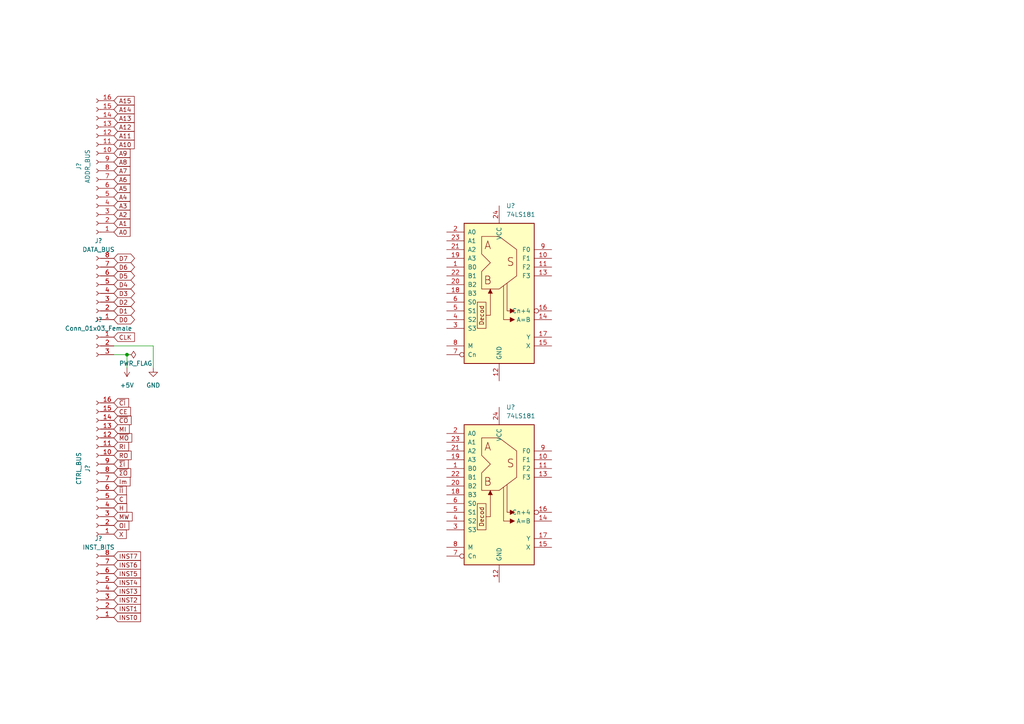
<source format=kicad_sch>
(kicad_sch (version 20211123) (generator eeschema)
  (paper "A4")
  (lib_symbols
    (symbol "74xx:74LS181" (pin_names (offset 1.016))
      (property "Reference" "U" (at -7.62 21.59 0))
      (property "Value" "74LS181" (at -7.62 -21.59 0))
      (symbol "74LS181_1_0"
        (polyline (pts (xy -3.81 -6.35) (xy -2.54 -6.35) (xy -2.54 1.27)))
        (polyline (pts (xy -2.54 1.27) (xy -3.175 0) (xy -1.905 0)) (fill (type outline)))
        (polyline (pts (xy 1.27 2.159) (xy 1.27 -7.62) (xy 3.175 -7.62)))
        (polyline (pts (xy 3.175 -5.08) (xy 2.286 -5.08) (xy 2.286 2.921)))
        (polyline (pts (xy 4.445 -7.62) (xy 3.175 -6.985) (xy 3.175 -8.255) (xy 4.445 -7.62)) (fill (type outline)))
        (polyline (pts (xy 4.445 -5.08) (xy 3.175 -4.445) (xy 3.175 -5.715) (xy 4.445 -5.08)) (fill (type outline)))
        (polyline (pts (xy -6.35 -2.54) (xy -6.35 -10.16) (xy -3.81 -10.16) (xy -3.81 -2.54) (xy -6.35 -2.54)))
        (polyline (pts (xy -5.08 16.51) (xy -5.08 11.43) (xy -2.54 8.89) (xy -5.08 6.35) (xy -5.08 1.27) (xy 0 1.27) (xy 5.08 5.08) (xy 5.08 12.7) (xy 0 16.51) (xy -5.08 16.51)))
        (text "A" (at -3.302 13.97 0) (effects (font (size 2.286 2.286))))
        (text "B" (at -3.302 3.81 0) (effects (font (size 2.286 2.286))))
        (text "Decod" (at -5.08 -6.35 900) (effects (font (size 1.27 1.27))))
        (text "S" (at 3.302 9.144 0) (effects (font (size 2.286 2.286))))
        (pin input line (at -15.24 7.62 0) (length 5.08) (name "B0") (number "1"))
        (pin output line (at 15.24 10.16 180) (length 5.08) (name "F1") (number "10"))
        (pin output line (at 15.24 7.62 180) (length 5.08) (name "F2") (number "11"))
        (pin power_in line (at 0 -25.4 90) (length 5.08) (name "GND") (number "12"))
        (pin output line (at 15.24 5.08 180) (length 5.08) (name "F3") (number "13"))
        (pin output line (at 15.24 -7.62 180) (length 5.08) (name "A=B") (number "14"))
        (pin output line (at 15.24 -15.24 180) (length 5.08) (name "X") (number "15"))
        (pin output inverted (at 15.24 -5.08 180) (length 5.08) (name "Cn+4") (number "16"))
        (pin output line (at 15.24 -12.7 180) (length 5.08) (name "Y") (number "17"))
        (pin input line (at -15.24 0 0) (length 5.08) (name "B3") (number "18"))
        (pin input line (at -15.24 10.16 0) (length 5.08) (name "A3") (number "19"))
        (pin input line (at -15.24 17.78 0) (length 5.08) (name "A0") (number "2"))
        (pin input line (at -15.24 2.54 0) (length 5.08) (name "B2") (number "20"))
        (pin input line (at -15.24 12.7 0) (length 5.08) (name "A2") (number "21"))
        (pin input line (at -15.24 5.08 0) (length 5.08) (name "B1") (number "22"))
        (pin input line (at -15.24 15.24 0) (length 5.08) (name "A1") (number "23"))
        (pin power_in line (at 0 25.4 270) (length 5.08) (name "VCC") (number "24"))
        (pin input line (at -15.24 -10.16 0) (length 5.08) (name "S3") (number "3"))
        (pin input line (at -15.24 -7.62 0) (length 5.08) (name "S2") (number "4"))
        (pin input line (at -15.24 -5.08 0) (length 5.08) (name "S1") (number "5"))
        (pin input line (at -15.24 -2.54 0) (length 5.08) (name "S0") (number "6"))
        (pin input inverted (at -15.24 -17.78 0) (length 5.08) (name "Cn") (number "7"))
        (pin input line (at -15.24 -15.24 0) (length 5.08) (name "M") (number "8"))
        (pin output line (at 15.24 12.7 180) (length 5.08) (name "F0") (number "9"))
      )
      (symbol "74LS181_1_1"
        (rectangle (start -10.16 20.32) (end 10.16 -20.32) (stroke (width 0.254)) (fill (type background)))
      )
    )
    (symbol "Connector:Conn_01x03_Female" (pin_names (offset 1.016) hide)
      (property "Reference" "J" (at 0 5.08 0))
      (property "Value" "Conn_01x03_Female" (at 0 -5.08 0))
      (symbol "Conn_01x03_Female_1_1"
        (arc (start 0 -2.032) (mid -0.508 -2.54) (end 0 -3.048) (stroke (width 0.1524)))
        (polyline (pts (xy -1.27 -2.54) (xy -0.508 -2.54)) (stroke (width 0.1524)))
        (polyline (pts (xy -1.27 0) (xy -0.508 0)) (stroke (width 0.1524)))
        (polyline (pts (xy -1.27 2.54) (xy -0.508 2.54)) (stroke (width 0.1524)))
        (arc (start 0 0.508) (mid -0.508 0) (end 0 -0.508) (stroke (width 0.1524)))
        (arc (start 0 3.048) (mid -0.508 2.54) (end 0 2.032) (stroke (width 0.1524)))
        (pin passive line (at -5.08 2.54 0) (length 3.81) (name "Pin_1") (number "1"))
        (pin passive line (at -5.08 0 0) (length 3.81) (name "Pin_2") (number "2"))
        (pin passive line (at -5.08 -2.54 0) (length 3.81) (name "Pin_3") (number "3"))
      )
    )
    (symbol "Connector:Conn_01x08_Female" (pin_names (offset 1.016) hide)
      (property "Reference" "J" (at 0 10.16 0))
      (property "Value" "Conn_01x08_Female" (at 0 -12.7 0))
      (symbol "Conn_01x08_Female_1_1"
        (arc (start 0 -9.652) (mid -0.508 -10.16) (end 0 -10.668) (stroke (width 0.1524)))
        (arc (start 0 -7.112) (mid -0.508 -7.62) (end 0 -8.128) (stroke (width 0.1524)))
        (arc (start 0 -4.572) (mid -0.508 -5.08) (end 0 -5.588) (stroke (width 0.1524)))
        (arc (start 0 -2.032) (mid -0.508 -2.54) (end 0 -3.048) (stroke (width 0.1524)))
        (polyline (pts (xy -1.27 -10.16) (xy -0.508 -10.16)) (stroke (width 0.1524)))
        (polyline (pts (xy -1.27 -7.62) (xy -0.508 -7.62)) (stroke (width 0.1524)))
        (polyline (pts (xy -1.27 -5.08) (xy -0.508 -5.08)) (stroke (width 0.1524)))
        (polyline (pts (xy -1.27 -2.54) (xy -0.508 -2.54)) (stroke (width 0.1524)))
        (polyline (pts (xy -1.27 0) (xy -0.508 0)) (stroke (width 0.1524)))
        (polyline (pts (xy -1.27 2.54) (xy -0.508 2.54)) (stroke (width 0.1524)))
        (polyline (pts (xy -1.27 5.08) (xy -0.508 5.08)) (stroke (width 0.1524)))
        (polyline (pts (xy -1.27 7.62) (xy -0.508 7.62)) (stroke (width 0.1524)))
        (arc (start 0 0.508) (mid -0.508 0) (end 0 -0.508) (stroke (width 0.1524)))
        (arc (start 0 3.048) (mid -0.508 2.54) (end 0 2.032) (stroke (width 0.1524)))
        (arc (start 0 5.588) (mid -0.508 5.08) (end 0 4.572) (stroke (width 0.1524)))
        (arc (start 0 8.128) (mid -0.508 7.62) (end 0 7.112) (stroke (width 0.1524)))
        (pin passive line (at -5.08 7.62 0) (length 3.81) (name "Pin_1") (number "1"))
        (pin passive line (at -5.08 5.08 0) (length 3.81) (name "Pin_2") (number "2"))
        (pin passive line (at -5.08 2.54 0) (length 3.81) (name "Pin_3") (number "3"))
        (pin passive line (at -5.08 0 0) (length 3.81) (name "Pin_4") (number "4"))
        (pin passive line (at -5.08 -2.54 0) (length 3.81) (name "Pin_5") (number "5"))
        (pin passive line (at -5.08 -5.08 0) (length 3.81) (name "Pin_6") (number "6"))
        (pin passive line (at -5.08 -7.62 0) (length 3.81) (name "Pin_7") (number "7"))
        (pin passive line (at -5.08 -10.16 0) (length 3.81) (name "Pin_8") (number "8"))
      )
    )
    (symbol "Connector:Conn_01x16_Female" (pin_names (offset 1.016) hide)
      (property "Reference" "J" (at 0 20.32 0))
      (property "Value" "Conn_01x16_Female" (at 0 -22.86 0))
      (symbol "Conn_01x16_Female_1_1"
        (arc (start 0 -19.812) (mid -0.508 -20.32) (end 0 -20.828) (stroke (width 0.1524)))
        (arc (start 0 -17.272) (mid -0.508 -17.78) (end 0 -18.288) (stroke (width 0.1524)))
        (arc (start 0 -14.732) (mid -0.508 -15.24) (end 0 -15.748) (stroke (width 0.1524)))
        (arc (start 0 -12.192) (mid -0.508 -12.7) (end 0 -13.208) (stroke (width 0.1524)))
        (arc (start 0 -9.652) (mid -0.508 -10.16) (end 0 -10.668) (stroke (width 0.1524)))
        (arc (start 0 -7.112) (mid -0.508 -7.62) (end 0 -8.128) (stroke (width 0.1524)))
        (arc (start 0 -4.572) (mid -0.508 -5.08) (end 0 -5.588) (stroke (width 0.1524)))
        (arc (start 0 -2.032) (mid -0.508 -2.54) (end 0 -3.048) (stroke (width 0.1524)))
        (polyline (pts (xy -1.27 -20.32) (xy -0.508 -20.32)) (stroke (width 0.1524)))
        (polyline (pts (xy -1.27 -17.78) (xy -0.508 -17.78)) (stroke (width 0.1524)))
        (polyline (pts (xy -1.27 -15.24) (xy -0.508 -15.24)) (stroke (width 0.1524)))
        (polyline (pts (xy -1.27 -12.7) (xy -0.508 -12.7)) (stroke (width 0.1524)))
        (polyline (pts (xy -1.27 -10.16) (xy -0.508 -10.16)) (stroke (width 0.1524)))
        (polyline (pts (xy -1.27 -7.62) (xy -0.508 -7.62)) (stroke (width 0.1524)))
        (polyline (pts (xy -1.27 -5.08) (xy -0.508 -5.08)) (stroke (width 0.1524)))
        (polyline (pts (xy -1.27 -2.54) (xy -0.508 -2.54)) (stroke (width 0.1524)))
        (polyline (pts (xy -1.27 0) (xy -0.508 0)) (stroke (width 0.1524)))
        (polyline (pts (xy -1.27 2.54) (xy -0.508 2.54)) (stroke (width 0.1524)))
        (polyline (pts (xy -1.27 5.08) (xy -0.508 5.08)) (stroke (width 0.1524)))
        (polyline (pts (xy -1.27 7.62) (xy -0.508 7.62)) (stroke (width 0.1524)))
        (polyline (pts (xy -1.27 10.16) (xy -0.508 10.16)) (stroke (width 0.1524)))
        (polyline (pts (xy -1.27 12.7) (xy -0.508 12.7)) (stroke (width 0.1524)))
        (polyline (pts (xy -1.27 15.24) (xy -0.508 15.24)) (stroke (width 0.1524)))
        (polyline (pts (xy -1.27 17.78) (xy -0.508 17.78)) (stroke (width 0.1524)))
        (arc (start 0 0.508) (mid -0.508 0) (end 0 -0.508) (stroke (width 0.1524)))
        (arc (start 0 3.048) (mid -0.508 2.54) (end 0 2.032) (stroke (width 0.1524)))
        (arc (start 0 5.588) (mid -0.508 5.08) (end 0 4.572) (stroke (width 0.1524)))
        (arc (start 0 8.128) (mid -0.508 7.62) (end 0 7.112) (stroke (width 0.1524)))
        (arc (start 0 10.668) (mid -0.508 10.16) (end 0 9.652) (stroke (width 0.1524)))
        (arc (start 0 13.208) (mid -0.508 12.7) (end 0 12.192) (stroke (width 0.1524)))
        (arc (start 0 15.748) (mid -0.508 15.24) (end 0 14.732) (stroke (width 0.1524)))
        (arc (start 0 18.288) (mid -0.508 17.78) (end 0 17.272) (stroke (width 0.1524)))
        (pin passive line (at -5.08 17.78 0) (length 3.81) (name "Pin_1") (number "1"))
        (pin passive line (at -5.08 -5.08 0) (length 3.81) (name "Pin_10") (number "10"))
        (pin passive line (at -5.08 -7.62 0) (length 3.81) (name "Pin_11") (number "11"))
        (pin passive line (at -5.08 -10.16 0) (length 3.81) (name "Pin_12") (number "12"))
        (pin passive line (at -5.08 -12.7 0) (length 3.81) (name "Pin_13") (number "13"))
        (pin passive line (at -5.08 -15.24 0) (length 3.81) (name "Pin_14") (number "14"))
        (pin passive line (at -5.08 -17.78 0) (length 3.81) (name "Pin_15") (number "15"))
        (pin passive line (at -5.08 -20.32 0) (length 3.81) (name "Pin_16") (number "16"))
        (pin passive line (at -5.08 15.24 0) (length 3.81) (name "Pin_2") (number "2"))
        (pin passive line (at -5.08 12.7 0) (length 3.81) (name "Pin_3") (number "3"))
        (pin passive line (at -5.08 10.16 0) (length 3.81) (name "Pin_4") (number "4"))
        (pin passive line (at -5.08 7.62 0) (length 3.81) (name "Pin_5") (number "5"))
        (pin passive line (at -5.08 5.08 0) (length 3.81) (name "Pin_6") (number "6"))
        (pin passive line (at -5.08 2.54 0) (length 3.81) (name "Pin_7") (number "7"))
        (pin passive line (at -5.08 0 0) (length 3.81) (name "Pin_8") (number "8"))
        (pin passive line (at -5.08 -2.54 0) (length 3.81) (name "Pin_9") (number "9"))
      )
    )
    (symbol "power:+5V" (power) (pin_names (offset 0))
      (property "Value" "+5V" (at 0 3.556 0))
      (symbol "+5V_0_1"
        (polyline (pts (xy -0.762 1.27) (xy 0 2.54)))
        (polyline (pts (xy 0 0) (xy 0 2.54)))
        (polyline (pts (xy 0 2.54) (xy 0.762 1.27)))
      )
      (symbol "+5V_1_1"
        (pin power_in line (at 0 0 90) (length 0) hide (name "+5V") (number "1"))
      )
    )
    (symbol "power:GND" (power) (pin_names (offset 0))
      (property "Value" "GND" (at 0 -3.81 0))
      (symbol "GND_0_1"
        (polyline (pts (xy 0 0) (xy 0 -1.27) (xy 1.27 -1.27) (xy 0 -2.54) (xy -1.27 -1.27) (xy 0 -1.27)))
      )
      (symbol "GND_1_1"
        (pin power_in line (at 0 0 270) (length 0) hide (name "GND") (number "1"))
      )
    )
    (symbol "power:PWR_FLAG" (power) (pin_numbers hide) (pin_names (offset 0) hide)
      (property "Value" "PWR_FLAG" (at 0 3.81 0))
      (symbol "PWR_FLAG_0_0"
        (pin power_out line (at 0 0 90) (length 0) (name "pwr") (number "1"))
      )
      (symbol "PWR_FLAG_0_1"
        (polyline (pts (xy 0 0) (xy 0 1.27) (xy -1.016 1.905) (xy 0 2.54) (xy 1.016 1.905) (xy 0 1.27)))
      )
    )
  )
  (junction (at 36.83 102.87))
  (wire (pts (xy 33.02 100.33) (xy 44.45 100.33)))
  (wire (pts (xy 33.02 102.87) (xy 36.83 102.87)))
  (wire (pts (xy 44.45 100.33) (xy 44.45 106.68)))
  (wire (pts (xy 36.83 102.87) (xy 36.83 106.68)))
  (global_label "~{MO}" (shape input) (at 33.02 127 0) (property "Intersheet References" "${INTERSHEET_REFS}" (effects hide)))
  (global_label "C" (shape input) (at 33.02 144.78 0) (property "Intersheet References" "${INTERSHEET_REFS}" (effects hide)))
  (global_label "CLK" (shape input) (at 33.02 97.79 0) (property "Intersheet References" "${INTERSHEET_REFS}" (effects hide)))
  (global_label "~{II}" (shape input) (at 33.02 142.24 0) (property "Intersheet References" "${INTERSHEET_REFS}" (effects hide)))
  (global_label "A3" (shape input) (at 33.02 59.69 0) (property "Intersheet References" "${INTERSHEET_REFS}" (effects hide)))
  (global_label "H" (shape input) (at 33.02 147.32 0) (property "Intersheet References" "${INTERSHEET_REFS}" (effects hide)))
  (global_label "A8" (shape input) (at 33.02 46.99 0) (property "Intersheet References" "${INTERSHEET_REFS}" (effects hide)))
  (global_label "MW" (shape input) (at 33.02 149.86 0) (property "Intersheet References" "${INTERSHEET_REFS}" (effects hide)))
  (global_label "A11" (shape input) (at 33.02 39.37 0) (property "Intersheet References" "${INTERSHEET_REFS}" (effects hide)))
  (global_label "INST0" (shape input) (at 33.02 179.07 0) (property "Intersheet References" "${INTERSHEET_REFS}" (effects hide)))
  (global_label "Im" (shape input) (at 33.02 139.7 0) (property "Intersheet References" "${INTERSHEET_REFS}" (effects hide)))
  (global_label "~{ΣO}" (shape input) (at 33.02 137.16 0) (property "Intersheet References" "${INTERSHEET_REFS}" (effects hide)))
  (global_label "A13" (shape input) (at 33.02 34.29 0) (property "Intersheet References" "${INTERSHEET_REFS}" (effects hide)))
  (global_label "A10" (shape input) (at 33.02 41.91 0) (property "Intersheet References" "${INTERSHEET_REFS}" (effects hide)))
  (global_label "A1" (shape input) (at 33.02 64.77 0) (property "Intersheet References" "${INTERSHEET_REFS}" (effects hide)))
  (global_label "A15" (shape input) (at 33.02 29.21 0) (property "Intersheet References" "${INTERSHEET_REFS}" (effects hide)))
  (global_label "OI" (shape input) (at 33.02 152.4 0) (property "Intersheet References" "${INTERSHEET_REFS}" (effects hide)))
  (global_label "CE" (shape input) (at 33.02 119.38 0) (property "Intersheet References" "${INTERSHEET_REFS}" (effects hide)))
  (global_label "A9" (shape input) (at 33.02 44.45 0) (property "Intersheet References" "${INTERSHEET_REFS}" (effects hide)))
  (global_label "D4" (shape tri_state) (at 33.02 82.55 0) (property "Intersheet References" "${INTERSHEET_REFS}" (effects hide)))
  (global_label "INST1" (shape input) (at 33.02 176.53 0) (property "Intersheet References" "${INTERSHEET_REFS}" (effects hide)))
  (global_label "A5" (shape input) (at 33.02 54.61 0) (property "Intersheet References" "${INTERSHEET_REFS}" (effects hide)))
  (global_label "X" (shape input) (at 33.02 154.94 0) (property "Intersheet References" "${INTERSHEET_REFS}" (effects hide)))
  (global_label "INST4" (shape input) (at 33.02 168.91 0) (property "Intersheet References" "${INTERSHEET_REFS}" (effects hide)))
  (global_label "INST5" (shape input) (at 33.02 166.37 0) (property "Intersheet References" "${INTERSHEET_REFS}" (effects hide)))
  (global_label "~{CO}" (shape input) (at 33.02 121.92 0) (property "Intersheet References" "${INTERSHEET_REFS}" (effects hide)))
  (global_label "A2" (shape input) (at 33.02 62.23 0) (property "Intersheet References" "${INTERSHEET_REFS}" (effects hide)))
  (global_label "A0" (shape input) (at 33.02 67.31 0) (property "Intersheet References" "${INTERSHEET_REFS}" (effects hide)))
  (global_label "INST7" (shape input) (at 33.02 161.29 0) (property "Intersheet References" "${INTERSHEET_REFS}" (effects hide)))
  (global_label "D7" (shape tri_state) (at 33.02 74.93 0) (property "Intersheet References" "${INTERSHEET_REFS}" (effects hide)))
  (global_label "D0" (shape tri_state) (at 33.02 92.71 0) (property "Intersheet References" "${INTERSHEET_REFS}" (effects hide)))
  (global_label "A6" (shape input) (at 33.02 52.07 0) (property "Intersheet References" "${INTERSHEET_REFS}" (effects hide)))
  (global_label "INST2" (shape input) (at 33.02 173.99 0) (property "Intersheet References" "${INTERSHEET_REFS}" (effects hide)))
  (global_label "D3" (shape tri_state) (at 33.02 85.09 0) (property "Intersheet References" "${INTERSHEET_REFS}" (effects hide)))
  (global_label "D1" (shape tri_state) (at 33.02 90.17 0) (property "Intersheet References" "${INTERSHEET_REFS}" (effects hide)))
  (global_label "~{ΣI}" (shape input) (at 33.02 134.62 0) (property "Intersheet References" "${INTERSHEET_REFS}" (effects hide)))
  (global_label "RO" (shape input) (at 33.02 132.08 0) (property "Intersheet References" "${INTERSHEET_REFS}" (effects hide)))
  (global_label "~{CI}" (shape input) (at 33.02 116.84 0) (property "Intersheet References" "${INTERSHEET_REFS}" (effects hide)))
  (global_label "A4" (shape input) (at 33.02 57.15 0) (property "Intersheet References" "${INTERSHEET_REFS}" (effects hide)))
  (global_label "MI" (shape input) (at 33.02 124.46 0) (property "Intersheet References" "${INTERSHEET_REFS}" (effects hide)))
  (global_label "D6" (shape tri_state) (at 33.02 77.47 0) (property "Intersheet References" "${INTERSHEET_REFS}" (effects hide)))
  (global_label "A7" (shape input) (at 33.02 49.53 0) (property "Intersheet References" "${INTERSHEET_REFS}" (effects hide)))
  (global_label "A14" (shape input) (at 33.02 31.75 0) (property "Intersheet References" "${INTERSHEET_REFS}" (effects hide)))
  (global_label "INST3" (shape input) (at 33.02 171.45 0) (property "Intersheet References" "${INTERSHEET_REFS}" (effects hide)))
  (global_label "INST6" (shape input) (at 33.02 163.83 0) (property "Intersheet References" "${INTERSHEET_REFS}" (effects hide)))
  (global_label "A12" (shape input) (at 33.02 36.83 0) (property "Intersheet References" "${INTERSHEET_REFS}" (effects hide)))
  (global_label "D2" (shape tri_state) (at 33.02 87.63 0) (property "Intersheet References" "${INTERSHEET_REFS}" (effects hide)))
  (global_label "D5" (shape tri_state) (at 33.02 80.01 0) (property "Intersheet References" "${INTERSHEET_REFS}" (effects hide)))
  (global_label "RI" (shape input) (at 33.02 129.54 0) (property "Intersheet References" "${INTERSHEET_REFS}" (effects hide)))
  (symbol (lib_id "power:+5V") (at 36.83 106.68 180) (unit 1)
    (property "Reference" "#PWR?" (effects hide))
    (property "Value" "+5V" (at 36.83 111.76 0))
  )
  (symbol (lib_id "74xx:74LS181") (at 144.78 85.09 0) (unit 1)
    (property "Reference" "U?" (at 146.7994 59.69 0) (effects (justify left)))
    (property "Value" "74LS181" (at 146.7994 62.23 0) (effects (justify left)))
    (property "Datasheet" "74xx/74F181.pdf" (effects hide))
  )
  (symbol (lib_id "power:PWR_FLAG") (at 36.83 102.87 270) (unit 1)
    (property "Reference" "#FLG?" (effects hide))
    (property "Value" "PWR_FLAG" (at 39.37 105.41 90))
  )
  (symbol (lib_id "Connector:Conn_01x03_Female") (at 27.94 100.33 0) (mirror y) (unit 1)
    (property "Reference" "J?" (at 28.575 92.71 0))
    (property "Value" "Conn_01x03_Female" (at 28.575 95.25 0))
    (property "Footprint" "Connector_PinSocket_2.54mm:PinSocket_1x04_P2.54mm_Vertical" (effects hide))
  )
  (symbol (lib_id "74xx:74LS181") (at 144.78 143.51 0) (unit 1)
    (property "Reference" "U?" (at 146.7994 118.11 0) (effects (justify left)))
    (property "Value" "74LS181" (at 146.7994 120.65 0) (effects (justify left)))
    (property "Datasheet" "74xx/74F181.pdf" (effects hide))
  )
  (symbol (lib_id "Connector:Conn_01x16_Female") (at 27.94 49.53 180) (unit 1)
    (property "Reference" "J?" (at 22.86 48.26 90))
    (property "Value" "ADDR_BUS" (at 25.4 48.26 90))
    (property "Footprint" "Connector_PinSocket_2.54mm:PinSocket_1x16_P2.54mm_Vertical" (effects hide))
  )
  (symbol (lib_id "Connector:Conn_01x08_Female") (at 27.94 85.09 180) (unit 1)
    (property "Reference" "J?" (at 28.575 69.85 0))
    (property "Value" "DATA_BUS" (at 28.575 72.39 0))
    (property "Footprint" "Connector_PinSocket_2.54mm:PinSocket_1x08_P2.54mm_Vertical" (effects hide))
  )
  (symbol (lib_id "power:GND") (at 44.45 106.68 0) (unit 1)
    (property "Reference" "#PWR?" (effects hide))
    (property "Value" "GND" (at 44.45 111.76 0))
  )
  (symbol (lib_id "Connector:Conn_01x16_Female") (at 27.94 137.16 180) (unit 1)
    (property "Reference" "J?" (at 25.4 135.89 90))
    (property "Value" "CTRL_BUS" (at 22.86 135.89 90))
    (property "Footprint" "Connector_PinSocket_2.54mm:PinSocket_1x16_P2.54mm_Vertical" (effects hide))
  )
  (symbol (lib_id "Connector:Conn_01x08_Female") (at 27.94 171.45 180) (unit 1)
    (property "Reference" "J?" (at 28.575 156.21 0))
    (property "Value" "INST_BITS" (at 28.575 158.75 0))
    (property "Footprint" "Connector_PinSocket_2.54mm:PinSocket_1x08_P2.54mm_Vertical" (effects hide))
  )
)
</source>
